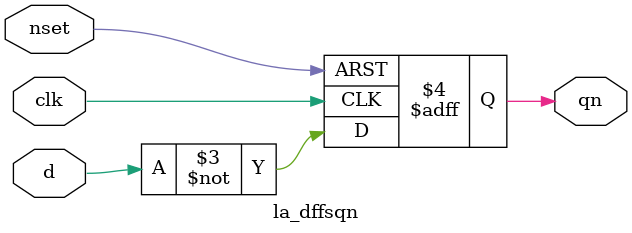
<source format=v>

module la_dffsqn #(
    parameter PROP = "DEFAULT"
) (
    input d,
    input clk,
    input nset,
    output reg qn
);

    always @(posedge clk or negedge nset)
        if (!nset) qn <= 1'b0;
        else qn <= ~d;

endmodule

</source>
